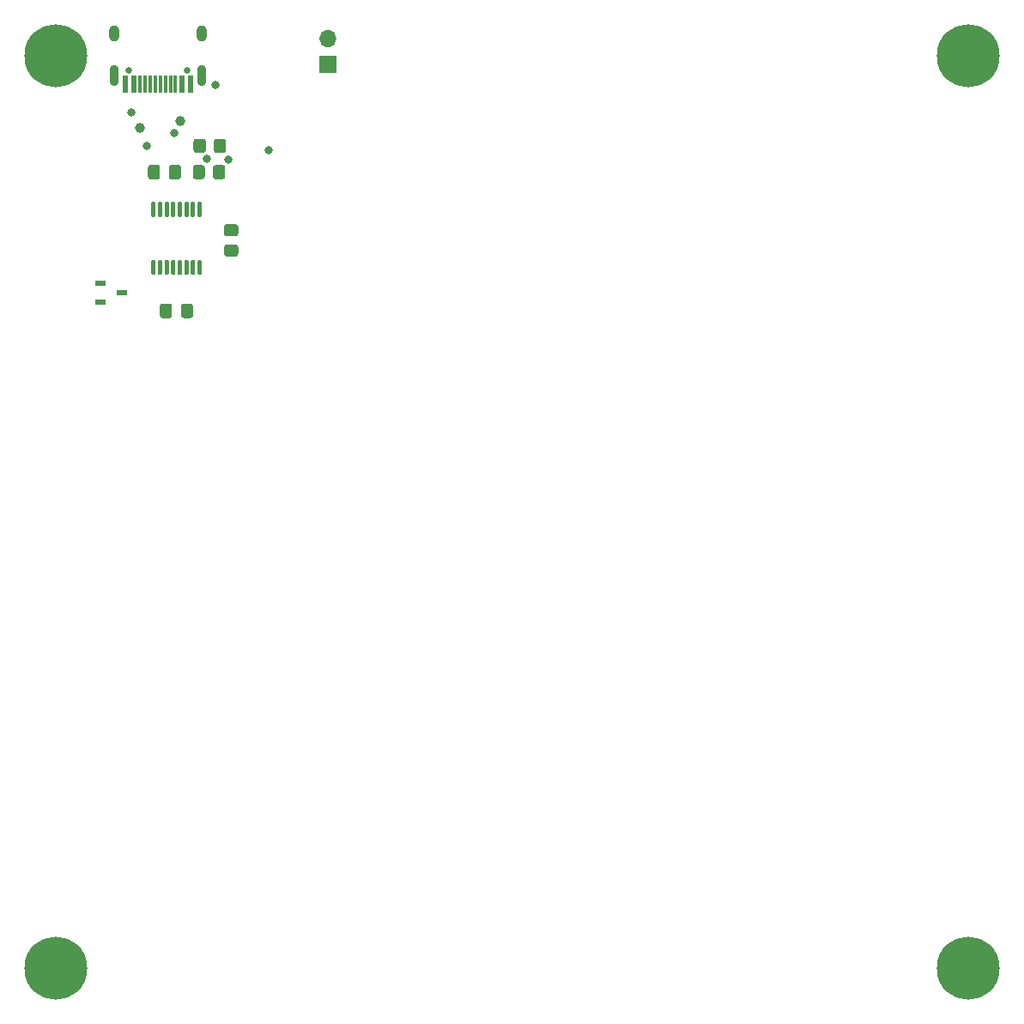
<source format=gbr>
%TF.GenerationSoftware,KiCad,Pcbnew,5.1.10-88a1d61d58~90~ubuntu20.04.1*%
%TF.CreationDate,2021-09-19T21:40:22+08:00*%
%TF.ProjectId,IP2721-USB-C-breakout,49503237-3231-42d5-9553-422d432d6272,rev?*%
%TF.SameCoordinates,Original*%
%TF.FileFunction,Soldermask,Top*%
%TF.FilePolarity,Negative*%
%FSLAX46Y46*%
G04 Gerber Fmt 4.6, Leading zero omitted, Abs format (unit mm)*
G04 Created by KiCad (PCBNEW 5.1.10-88a1d61d58~90~ubuntu20.04.1) date 2021-09-19 21:40:22*
%MOMM*%
%LPD*%
G01*
G04 APERTURE LIST*
%ADD10C,1.200000*%
%ADD11O,1.000000X1.600000*%
%ADD12O,0.900000X2.100000*%
%ADD13C,0.650000*%
%ADD14R,0.300000X1.750000*%
%ADD15R,0.600000X1.750000*%
%ADD16R,1.000000X0.600000*%
%ADD17O,1.700000X1.700000*%
%ADD18R,1.700000X1.700000*%
%ADD19C,6.200000*%
%ADD20C,0.800000*%
%ADD21C,1.000000*%
G04 APERTURE END LIST*
D10*
%TO.C,H2*%
X206905000Y-50000000D02*
G75*
G03*
X206905000Y-50000000I-1905000J0D01*
G01*
%TO.C,H1*%
X116905000Y-50000000D02*
G75*
G03*
X116905000Y-50000000I-1905000J0D01*
G01*
%TO.C,H4*%
X116905000Y-140000000D02*
G75*
G03*
X116905000Y-140000000I-1905000J0D01*
G01*
%TO.C,H3*%
X206905000Y-140000000D02*
G75*
G03*
X206905000Y-140000000I-1905000J0D01*
G01*
%TD*%
D11*
%TO.C,U2*%
X129374560Y-47794620D03*
X120734560Y-47794620D03*
D12*
X129374560Y-51974620D03*
X120734560Y-51974620D03*
D13*
X127944560Y-51474620D03*
X122164560Y-51474620D03*
D14*
X124804560Y-52814620D03*
X124304560Y-52814620D03*
X123804560Y-52814620D03*
X123304560Y-52814620D03*
X125804560Y-52814620D03*
X126804560Y-52814620D03*
X126304560Y-52814620D03*
X125304560Y-52814620D03*
D15*
X128254960Y-52814620D03*
X127467560Y-52814620D03*
X122666960Y-52814620D03*
X121854160Y-52814620D03*
%TD*%
D16*
%TO.C,Q1*%
X119371560Y-72438220D03*
X121491560Y-73388220D03*
X119371560Y-74338220D03*
%TD*%
%TO.C,U1*%
G36*
G01*
X124732560Y-65893720D02*
X124532560Y-65893720D01*
G75*
G02*
X124432560Y-65793720I0J100000D01*
G01*
X124432560Y-64518720D01*
G75*
G02*
X124532560Y-64418720I100000J0D01*
G01*
X124732560Y-64418720D01*
G75*
G02*
X124832560Y-64518720I0J-100000D01*
G01*
X124832560Y-65793720D01*
G75*
G02*
X124732560Y-65893720I-100000J0D01*
G01*
G37*
G36*
G01*
X125382560Y-65893720D02*
X125182560Y-65893720D01*
G75*
G02*
X125082560Y-65793720I0J100000D01*
G01*
X125082560Y-64518720D01*
G75*
G02*
X125182560Y-64418720I100000J0D01*
G01*
X125382560Y-64418720D01*
G75*
G02*
X125482560Y-64518720I0J-100000D01*
G01*
X125482560Y-65793720D01*
G75*
G02*
X125382560Y-65893720I-100000J0D01*
G01*
G37*
G36*
G01*
X126032560Y-65893720D02*
X125832560Y-65893720D01*
G75*
G02*
X125732560Y-65793720I0J100000D01*
G01*
X125732560Y-64518720D01*
G75*
G02*
X125832560Y-64418720I100000J0D01*
G01*
X126032560Y-64418720D01*
G75*
G02*
X126132560Y-64518720I0J-100000D01*
G01*
X126132560Y-65793720D01*
G75*
G02*
X126032560Y-65893720I-100000J0D01*
G01*
G37*
G36*
G01*
X126682560Y-65893720D02*
X126482560Y-65893720D01*
G75*
G02*
X126382560Y-65793720I0J100000D01*
G01*
X126382560Y-64518720D01*
G75*
G02*
X126482560Y-64418720I100000J0D01*
G01*
X126682560Y-64418720D01*
G75*
G02*
X126782560Y-64518720I0J-100000D01*
G01*
X126782560Y-65793720D01*
G75*
G02*
X126682560Y-65893720I-100000J0D01*
G01*
G37*
G36*
G01*
X127332560Y-65893720D02*
X127132560Y-65893720D01*
G75*
G02*
X127032560Y-65793720I0J100000D01*
G01*
X127032560Y-64518720D01*
G75*
G02*
X127132560Y-64418720I100000J0D01*
G01*
X127332560Y-64418720D01*
G75*
G02*
X127432560Y-64518720I0J-100000D01*
G01*
X127432560Y-65793720D01*
G75*
G02*
X127332560Y-65893720I-100000J0D01*
G01*
G37*
G36*
G01*
X127982560Y-65893720D02*
X127782560Y-65893720D01*
G75*
G02*
X127682560Y-65793720I0J100000D01*
G01*
X127682560Y-64518720D01*
G75*
G02*
X127782560Y-64418720I100000J0D01*
G01*
X127982560Y-64418720D01*
G75*
G02*
X128082560Y-64518720I0J-100000D01*
G01*
X128082560Y-65793720D01*
G75*
G02*
X127982560Y-65893720I-100000J0D01*
G01*
G37*
G36*
G01*
X128632560Y-65893720D02*
X128432560Y-65893720D01*
G75*
G02*
X128332560Y-65793720I0J100000D01*
G01*
X128332560Y-64518720D01*
G75*
G02*
X128432560Y-64418720I100000J0D01*
G01*
X128632560Y-64418720D01*
G75*
G02*
X128732560Y-64518720I0J-100000D01*
G01*
X128732560Y-65793720D01*
G75*
G02*
X128632560Y-65893720I-100000J0D01*
G01*
G37*
G36*
G01*
X129282560Y-65893720D02*
X129082560Y-65893720D01*
G75*
G02*
X128982560Y-65793720I0J100000D01*
G01*
X128982560Y-64518720D01*
G75*
G02*
X129082560Y-64418720I100000J0D01*
G01*
X129282560Y-64418720D01*
G75*
G02*
X129382560Y-64518720I0J-100000D01*
G01*
X129382560Y-65793720D01*
G75*
G02*
X129282560Y-65893720I-100000J0D01*
G01*
G37*
G36*
G01*
X129282560Y-71618720D02*
X129082560Y-71618720D01*
G75*
G02*
X128982560Y-71518720I0J100000D01*
G01*
X128982560Y-70243720D01*
G75*
G02*
X129082560Y-70143720I100000J0D01*
G01*
X129282560Y-70143720D01*
G75*
G02*
X129382560Y-70243720I0J-100000D01*
G01*
X129382560Y-71518720D01*
G75*
G02*
X129282560Y-71618720I-100000J0D01*
G01*
G37*
G36*
G01*
X128632560Y-71618720D02*
X128432560Y-71618720D01*
G75*
G02*
X128332560Y-71518720I0J100000D01*
G01*
X128332560Y-70243720D01*
G75*
G02*
X128432560Y-70143720I100000J0D01*
G01*
X128632560Y-70143720D01*
G75*
G02*
X128732560Y-70243720I0J-100000D01*
G01*
X128732560Y-71518720D01*
G75*
G02*
X128632560Y-71618720I-100000J0D01*
G01*
G37*
G36*
G01*
X127982560Y-71618720D02*
X127782560Y-71618720D01*
G75*
G02*
X127682560Y-71518720I0J100000D01*
G01*
X127682560Y-70243720D01*
G75*
G02*
X127782560Y-70143720I100000J0D01*
G01*
X127982560Y-70143720D01*
G75*
G02*
X128082560Y-70243720I0J-100000D01*
G01*
X128082560Y-71518720D01*
G75*
G02*
X127982560Y-71618720I-100000J0D01*
G01*
G37*
G36*
G01*
X127332560Y-71618720D02*
X127132560Y-71618720D01*
G75*
G02*
X127032560Y-71518720I0J100000D01*
G01*
X127032560Y-70243720D01*
G75*
G02*
X127132560Y-70143720I100000J0D01*
G01*
X127332560Y-70143720D01*
G75*
G02*
X127432560Y-70243720I0J-100000D01*
G01*
X127432560Y-71518720D01*
G75*
G02*
X127332560Y-71618720I-100000J0D01*
G01*
G37*
G36*
G01*
X126682560Y-71618720D02*
X126482560Y-71618720D01*
G75*
G02*
X126382560Y-71518720I0J100000D01*
G01*
X126382560Y-70243720D01*
G75*
G02*
X126482560Y-70143720I100000J0D01*
G01*
X126682560Y-70143720D01*
G75*
G02*
X126782560Y-70243720I0J-100000D01*
G01*
X126782560Y-71518720D01*
G75*
G02*
X126682560Y-71618720I-100000J0D01*
G01*
G37*
G36*
G01*
X126032560Y-71618720D02*
X125832560Y-71618720D01*
G75*
G02*
X125732560Y-71518720I0J100000D01*
G01*
X125732560Y-70243720D01*
G75*
G02*
X125832560Y-70143720I100000J0D01*
G01*
X126032560Y-70143720D01*
G75*
G02*
X126132560Y-70243720I0J-100000D01*
G01*
X126132560Y-71518720D01*
G75*
G02*
X126032560Y-71618720I-100000J0D01*
G01*
G37*
G36*
G01*
X125382560Y-71618720D02*
X125182560Y-71618720D01*
G75*
G02*
X125082560Y-71518720I0J100000D01*
G01*
X125082560Y-70243720D01*
G75*
G02*
X125182560Y-70143720I100000J0D01*
G01*
X125382560Y-70143720D01*
G75*
G02*
X125482560Y-70243720I0J-100000D01*
G01*
X125482560Y-71518720D01*
G75*
G02*
X125382560Y-71618720I-100000J0D01*
G01*
G37*
G36*
G01*
X124732560Y-71618720D02*
X124532560Y-71618720D01*
G75*
G02*
X124432560Y-71518720I0J100000D01*
G01*
X124432560Y-70243720D01*
G75*
G02*
X124532560Y-70143720I100000J0D01*
G01*
X124732560Y-70143720D01*
G75*
G02*
X124832560Y-70243720I0J-100000D01*
G01*
X124832560Y-71518720D01*
G75*
G02*
X124732560Y-71618720I-100000J0D01*
G01*
G37*
%TD*%
%TO.C,R3*%
G36*
G01*
X132743561Y-67806620D02*
X131843559Y-67806620D01*
G75*
G02*
X131593560Y-67556621I0J249999D01*
G01*
X131593560Y-66856619D01*
G75*
G02*
X131843559Y-66606620I249999J0D01*
G01*
X132743561Y-66606620D01*
G75*
G02*
X132993560Y-66856619I0J-249999D01*
G01*
X132993560Y-67556621D01*
G75*
G02*
X132743561Y-67806620I-249999J0D01*
G01*
G37*
G36*
G01*
X132743561Y-69806620D02*
X131843559Y-69806620D01*
G75*
G02*
X131593560Y-69556621I0J249999D01*
G01*
X131593560Y-68856619D01*
G75*
G02*
X131843559Y-68606620I249999J0D01*
G01*
X132743561Y-68606620D01*
G75*
G02*
X132993560Y-68856619I0J-249999D01*
G01*
X132993560Y-69556621D01*
G75*
G02*
X132743561Y-69806620I-249999J0D01*
G01*
G37*
%TD*%
%TO.C,R2*%
G36*
G01*
X129785560Y-58434819D02*
X129785560Y-59334821D01*
G75*
G02*
X129535561Y-59584820I-249999J0D01*
G01*
X128835559Y-59584820D01*
G75*
G02*
X128585560Y-59334821I0J249999D01*
G01*
X128585560Y-58434819D01*
G75*
G02*
X128835559Y-58184820I249999J0D01*
G01*
X129535561Y-58184820D01*
G75*
G02*
X129785560Y-58434819I0J-249999D01*
G01*
G37*
G36*
G01*
X131785560Y-58434819D02*
X131785560Y-59334821D01*
G75*
G02*
X131535561Y-59584820I-249999J0D01*
G01*
X130835559Y-59584820D01*
G75*
G02*
X130585560Y-59334821I0J249999D01*
G01*
X130585560Y-58434819D01*
G75*
G02*
X130835559Y-58184820I249999J0D01*
G01*
X131535561Y-58184820D01*
G75*
G02*
X131785560Y-58434819I0J-249999D01*
G01*
G37*
%TD*%
%TO.C,R1*%
G36*
G01*
X129708560Y-61025619D02*
X129708560Y-61925621D01*
G75*
G02*
X129458561Y-62175620I-249999J0D01*
G01*
X128758559Y-62175620D01*
G75*
G02*
X128508560Y-61925621I0J249999D01*
G01*
X128508560Y-61025619D01*
G75*
G02*
X128758559Y-60775620I249999J0D01*
G01*
X129458561Y-60775620D01*
G75*
G02*
X129708560Y-61025619I0J-249999D01*
G01*
G37*
G36*
G01*
X131708560Y-61025619D02*
X131708560Y-61925621D01*
G75*
G02*
X131458561Y-62175620I-249999J0D01*
G01*
X130758559Y-62175620D01*
G75*
G02*
X130508560Y-61925621I0J249999D01*
G01*
X130508560Y-61025619D01*
G75*
G02*
X130758559Y-60775620I249999J0D01*
G01*
X131458561Y-60775620D01*
G75*
G02*
X131708560Y-61025619I0J-249999D01*
G01*
G37*
%TD*%
D17*
%TO.C,J1*%
X141869560Y-48318420D03*
D18*
X141869560Y-50858420D03*
%TD*%
%TO.C,C2*%
G36*
G01*
X126164560Y-61950620D02*
X126164560Y-61000620D01*
G75*
G02*
X126414560Y-60750620I250000J0D01*
G01*
X127089560Y-60750620D01*
G75*
G02*
X127339560Y-61000620I0J-250000D01*
G01*
X127339560Y-61950620D01*
G75*
G02*
X127089560Y-62200620I-250000J0D01*
G01*
X126414560Y-62200620D01*
G75*
G02*
X126164560Y-61950620I0J250000D01*
G01*
G37*
G36*
G01*
X124089560Y-61950620D02*
X124089560Y-61000620D01*
G75*
G02*
X124339560Y-60750620I250000J0D01*
G01*
X125014560Y-60750620D01*
G75*
G02*
X125264560Y-61000620I0J-250000D01*
G01*
X125264560Y-61950620D01*
G75*
G02*
X125014560Y-62200620I-250000J0D01*
G01*
X124339560Y-62200620D01*
G75*
G02*
X124089560Y-61950620I0J250000D01*
G01*
G37*
%TD*%
%TO.C,C1*%
G36*
G01*
X127357560Y-75631220D02*
X127357560Y-74681220D01*
G75*
G02*
X127607560Y-74431220I250000J0D01*
G01*
X128282560Y-74431220D01*
G75*
G02*
X128532560Y-74681220I0J-250000D01*
G01*
X128532560Y-75631220D01*
G75*
G02*
X128282560Y-75881220I-250000J0D01*
G01*
X127607560Y-75881220D01*
G75*
G02*
X127357560Y-75631220I0J250000D01*
G01*
G37*
G36*
G01*
X125282560Y-75631220D02*
X125282560Y-74681220D01*
G75*
G02*
X125532560Y-74431220I250000J0D01*
G01*
X126207560Y-74431220D01*
G75*
G02*
X126457560Y-74681220I0J-250000D01*
G01*
X126457560Y-75631220D01*
G75*
G02*
X126207560Y-75881220I-250000J0D01*
G01*
X125532560Y-75881220D01*
G75*
G02*
X125282560Y-75631220I0J250000D01*
G01*
G37*
%TD*%
D19*
%TO.C,H2*%
X205000000Y-50000000D03*
%TD*%
%TO.C,H1*%
X115000000Y-50000000D03*
%TD*%
%TO.C,H4*%
X115000000Y-140000000D03*
%TD*%
%TO.C,H3*%
X205000000Y-140000000D03*
%TD*%
D20*
X130741420Y-52915820D03*
X135958580Y-59301380D03*
X122444130Y-55554880D03*
D21*
X127299720Y-56474360D03*
X132265420Y-69181980D03*
X123294140Y-57096660D03*
D20*
X129909060Y-60180220D03*
X123985020Y-58892440D03*
X132046560Y-60235920D03*
X126702820Y-57655460D03*
M02*

</source>
